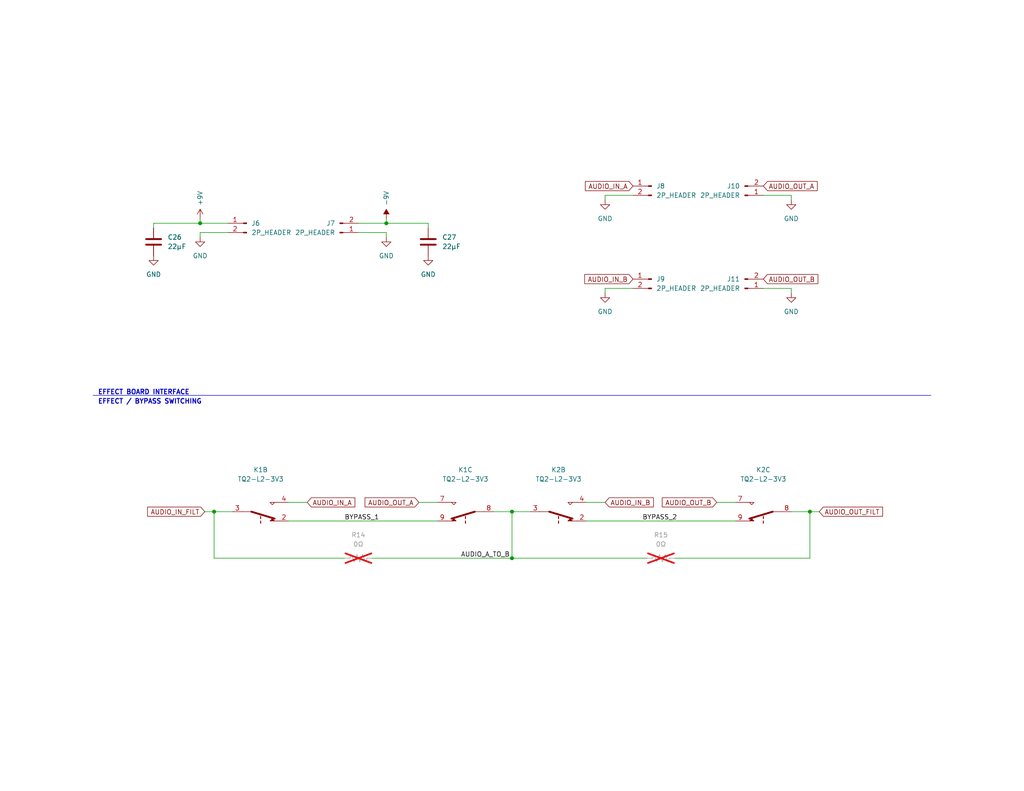
<source format=kicad_sch>
(kicad_sch (version 20230121) (generator eeschema)
  (paper "USLetter")
  (title_block (title "Baseboard") (date "2023-04-28") (rev "A") (company "Alessandro Rizzoni") (comment 1 "SCHEMATIC") (comment 2 "DRAFT") (comment 3 "AIR") (comment 5 "1: ALL COMPONENTS 25V RATING OR GREATER") (comment 6 "2: ALL RESISTORS LOW NOISE THIN FILM, 1% TOLERANCE OR SMALLER, 1/10W RATING OR GREATER") (comment 7 "3: ALL CAPACITORS MLCC, X5R OR X7R DIELECTRIC, 10% TOLERANCE OR SMALLER") (comment 8 "4: DO NOT POPULATE NOTE --TODO--") (comment 9 "5: PCB LAYOUT ACCORDING TO DATASHEET FOR ALL COMPONENTS"))
  (lib_symbols
    (symbol "Connector:Conn_01x02_Male" (pin_names (offset 1.016) hide)
      (property "Reference" "J" (at 0 2.54 0))
      (property "Value" "Conn_01x02_Male" (at 0 -5.08 0))
      (symbol "Conn_01x02_Male_1_1"
        (polyline (pts (xy 1.27 -2.54) (xy 0.8636 -2.54)) (stroke (width 0.1524)))
        (polyline (pts (xy 1.27 0) (xy 0.8636 0)) (stroke (width 0.1524)))
        (rectangle (start 0.8636 -2.413) (end 0 -2.667) (stroke (width 0.1524)) (fill (type outline)))
        (rectangle (start 0.8636 0.127) (end 0 -0.127) (stroke (width 0.1524)) (fill (type outline)))
        (pin passive line (at 5.08 0 180) (length 3.81) (name "Pin_1") (number "1"))
        (pin passive line (at 5.08 -2.54 180) (length 3.81) (name "Pin_2") (number "2"))
      )
    )
    (symbol "Device:C" (pin_numbers hide) (pin_names (offset 0.254))
      (property "Reference" "C" (at 0.635 2.54 0))
      (property "Value" "C" (at 0.635 -2.54 0))
      (symbol "C_0_1"
        (polyline (pts (xy -2.032 -0.762) (xy 2.032 -0.762)) (stroke (width 0.508)))
        (polyline (pts (xy -2.032 0.762) (xy 2.032 0.762)) (stroke (width 0.508)))
      )
      (symbol "C_1_1"
        (pin passive line (at 0 3.81 270) (length 2.794) (name "~") (number "1"))
        (pin passive line (at 0 -3.81 90) (length 2.794) (name "~") (number "2"))
      )
    )
    (symbol "Device:R_US" (pin_numbers hide) (pin_names (offset 0))
      (property "Reference" "R" (at 2.54 0 90))
      (property "Value" "R_US" (at -2.54 0 90))
      (symbol "R_US_0_1"
        (polyline (pts (xy 0 -2.286) (xy 0 -2.54)))
        (polyline (pts (xy 0 2.286) (xy 0 2.54)))
        (polyline (pts (xy 0 -0.762) (xy 1.016 -1.143) (xy 0 -1.524) (xy -1.016 -1.905) (xy 0 -2.286)))
        (polyline (pts (xy 0 0.762) (xy 1.016 0.381) (xy 0 0) (xy -1.016 -0.381) (xy 0 -0.762)))
        (polyline (pts (xy 0 2.286) (xy 1.016 1.905) (xy 0 1.524) (xy -1.016 1.143) (xy 0 0.762)))
      )
      (symbol "R_US_1_1"
        (pin passive line (at 0 3.81 270) (length 1.27) (name "~") (number "1"))
        (pin passive line (at 0 -3.81 90) (length 1.27) (name "~") (number "2"))
      )
    )
    (symbol "Library:Ground" (power) (pin_names (offset 0))
      (property "Value" "Ground" (at 0 -3.81 0))
      (symbol "Ground_0_1"
        (polyline (pts (xy 0 0) (xy 0 -1.27) (xy 1.27 -1.27) (xy 0 -2.54) (xy -1.27 -1.27) (xy 0 -1.27)))
      )
      (symbol "Ground_1_1"
        (pin power_in line (at 0 0 270) (length 0) hide (name "GND") (number "1"))
      )
    )
    (symbol "Library:TQ2-L2-9V"
      (property "Reference" "K" (at 9.271 2.8956 0))
      (property "Value" "TQ2-L2-9V" (at 9.144 0 0))
      (property "Footprint" "Library:TQ2-L2-9V" (at 9.398 -3.048 0))
      (symbol "TQ2-L2-9V_1_0"
        (text "+" (at -4.191 2.921 0) (effects (font (size 1.27 1.27))))
        (text "+" (at 5.969 2.921 0) (effects (font (size 1.27 1.27))))
      )
      (symbol "TQ2-L2-9V_1_1"
        (rectangle (start -8.255 1.905) (end -1.905 -1.905) (stroke (width 0.254)) (fill (type background)))
        (polyline (pts (xy -7.62 -1.905) (xy -2.54 1.905)) (stroke (width 0.254)))
        (polyline (pts (xy -5.08 -5.08) (xy -5.08 -1.905)))
        (polyline (pts (xy -5.08 5.08) (xy -5.08 1.905)))
        (polyline (pts (xy 2.54 -1.905) (xy 7.62 1.905)) (stroke (width 0.254)))
        (polyline (pts (xy 5.08 -5.08) (xy 5.08 -1.905)))
        (polyline (pts (xy 5.08 5.08) (xy 5.08 1.905)))
        (rectangle (start 1.905 1.905) (end 8.255 -1.905) (stroke (width 0.254)) (fill (type background)))
        (pin passive line (at -5.08 7.62 270) (length 2.54) (name "~") (number "1"))
        (pin passive line (at 5.08 -7.62 90) (length 2.54) (name "~") (number "10"))
        (pin passive line (at -5.08 -7.62 90) (length 2.54) (name "~") (number "5"))
        (pin passive line (at 5.08 7.62 270) (length 2.54) (name "~") (number "6"))
      )
      (symbol "TQ2-L2-9V_2_0"
        (pin passive line (at 0 -7.62 90) (length 2.54) (name "~") (number "3"))
      )
      (symbol "TQ2-L2-9V_2_1"
        (polyline (pts (xy -3.175 0) (xy -2.54 0)) (stroke (width 0.254)))
        (polyline (pts (xy -1.905 0) (xy -1.27 0)) (stroke (width 0.254)))
        (polyline (pts (xy 0 -2.54) (xy -1.905 3.81)) (stroke (width 0.508)))
        (polyline (pts (xy 0 -2.54) (xy 0 -5.08)))
        (polyline (pts (xy -2.54 5.08) (xy -2.54 2.54) (xy -1.905 3.175) (xy -2.54 3.81)) (fill (type outline)))
        (polyline (pts (xy 2.54 5.08) (xy 2.54 2.54) (xy 1.905 3.175) (xy 2.54 3.81)))
        (pin passive line (at -2.54 7.62 270) (length 2.54) (name "~") (number "2"))
        (pin passive line (at 2.54 7.62 270) (length 2.54) (name "~") (number "4"))
      )
      (symbol "TQ2-L2-9V_3_0"
        (pin passive line (at 0 -7.62 90) (length 2.54) (name "~") (number "8"))
      )
      (symbol "TQ2-L2-9V_3_1"
        (polyline (pts (xy -3.175 0) (xy -2.54 0)) (stroke (width 0.254)))
        (polyline (pts (xy -1.905 0) (xy -1.27 0)) (stroke (width 0.254)))
        (polyline (pts (xy 0 -2.54) (xy -1.905 3.81)) (stroke (width 0.508)))
        (polyline (pts (xy 0 -2.54) (xy 0 -5.08)))
        (polyline (pts (xy -2.54 5.08) (xy -2.54 2.54) (xy -1.905 3.175) (xy -2.54 3.81)) (fill (type outline)))
        (polyline (pts (xy 2.54 5.08) (xy 2.54 2.54) (xy 1.905 3.175) (xy 2.54 3.81)))
        (pin passive line (at 2.54 7.62 270) (length 2.54) (name "~") (number "7"))
        (pin passive line (at -2.54 7.62 270) (length 2.54) (name "~") (number "9"))
      )
    )
    (symbol "power:+9V" (power) (pin_names (offset 0))
      (property "Value" "+9V" (at 0 3.556 0))
      (symbol "+9V_0_1"
        (polyline (pts (xy -0.762 1.27) (xy 0 2.54)))
        (polyline (pts (xy 0 0) (xy 0 2.54)))
        (polyline (pts (xy 0 2.54) (xy 0.762 1.27)))
      )
      (symbol "+9V_1_1"
        (pin power_in line (at 0 0 90) (length 0) hide (name "+9V") (number "1"))
      )
    )
    (symbol "power:-9V" (power) (pin_names (offset 0))
      (property "Value" "-9V" (at 0 3.81 0))
      (symbol "-9V_0_1"
        (polyline (pts (xy 0 0) (xy 0 2.54)))
        (polyline (pts (xy 0.762 1.27) (xy -0.762 1.27) (xy 0 2.54) (xy 0.762 1.27)) (fill (type outline)))
      )
      (symbol "-9V_1_1"
        (pin power_in line (at 0 0 90) (length 0) hide (name "-9V") (number "1"))
      )
    )
  )
  (junction (at 139.7 139.7))
  (junction (at 139.7 152.4))
  (junction (at 58.42 139.7))
  (junction (at 220.98 139.7))
  (junction (at 105.41 60.96))
  (junction (at 54.61 60.96))
  (polyline (pts (xy 25.4 107.95) (xy 254 107.95)))
  (wire (pts (xy 41.91 60.96) (xy 41.91 62.23)))
  (wire (pts (xy 165.1 78.74) (xy 172.72 78.74)))
  (wire (pts (xy 139.7 139.7) (xy 144.78 139.7)))
  (wire (pts (xy 54.61 60.96) (xy 41.91 60.96)))
  (wire (pts (xy 58.42 152.4) (xy 93.98 152.4)))
  (wire (pts (xy 54.61 60.96) (xy 62.23 60.96)))
  (wire (pts (xy 55.88 139.7) (xy 58.42 139.7)))
  (wire (pts (xy 105.41 63.5) (xy 97.79 63.5)))
  (wire (pts (xy 165.1 53.34) (xy 172.72 53.34)))
  (wire (pts (xy 114.3 137.16) (xy 119.38 137.16)))
  (wire (pts (xy 160.02 142.24) (xy 200.66 142.24)))
  (wire (pts (xy 165.1 54.61) (xy 165.1 53.34)))
  (wire (pts (xy 105.41 64.77) (xy 105.41 63.5)))
  (wire (pts (xy 97.79 60.96) (xy 105.41 60.96)))
  (wire (pts (xy 165.1 80.01) (xy 165.1 78.74)))
  (wire (pts (xy 160.02 137.16) (xy 165.1 137.16)))
  (wire (pts (xy 54.61 64.77) (xy 54.61 63.5)))
  (wire (pts (xy 139.7 139.7) (xy 139.7 152.4)))
  (wire (pts (xy 134.62 139.7) (xy 139.7 139.7)))
  (wire (pts (xy 101.6 152.4) (xy 139.7 152.4)))
  (wire (pts (xy 54.61 63.5) (xy 62.23 63.5)))
  (wire (pts (xy 215.9 54.61) (xy 215.9 53.34)))
  (wire (pts (xy 58.42 139.7) (xy 58.42 152.4)))
  (wire (pts (xy 83.82 137.16) (xy 78.74 137.16)))
  (wire (pts (xy 116.84 60.96) (xy 116.84 62.23)))
  (wire (pts (xy 58.42 139.7) (xy 63.5 139.7)))
  (wire (pts (xy 215.9 139.7) (xy 220.98 139.7)))
  (wire (pts (xy 105.41 60.96) (xy 116.84 60.96)))
  (wire (pts (xy 78.74 142.24) (xy 119.38 142.24)))
  (wire (pts (xy 220.98 152.4) (xy 220.98 139.7)))
  (wire (pts (xy 215.9 80.01) (xy 215.9 78.74)))
  (wire (pts (xy 139.7 152.4) (xy 176.53 152.4)))
  (wire (pts (xy 184.15 152.4) (xy 220.98 152.4)))
  (wire (pts (xy 195.58 137.16) (xy 200.66 137.16)))
  (wire (pts (xy 105.41 59.69) (xy 105.41 60.96)))
  (wire (pts (xy 215.9 53.34) (xy 208.28 53.34)))
  (wire (pts (xy 220.98 139.7) (xy 223.52 139.7)))
  (wire (pts (xy 215.9 78.74) (xy 208.28 78.74)))
  (wire (pts (xy 54.61 59.69) (xy 54.61 60.96)))
  (text "EFFECT / BYPASS SWITCHING" (at 26.67 110.49 0) (effects (font (size 1.27 1.27) (thickness 0.254) bold) (justify left bottom)))
  (text "EFFECT BOARD INTERFACE" (at 26.67 107.95 0) (effects (font (size 1.27 1.27) (thickness 0.254) bold) (justify left bottom)))
  (label "AUDIO_A_TO_B" (at 125.73 152.4 0))
  (label "BYPASS_2" (at 175.26 142.24 0))
  (label "BYPASS_1" (at 93.98 142.24 0))
  (global_label "AUDIO_IN_B" (shape input) (at 165.1 137.16 0) (property "Intersheetrefs" "${INTERSHEET_REFS}" (effects hide)))
  (global_label "AUDIO_IN_FILT" (shape input) (at 55.88 139.7 180) (property "Intersheetrefs" "${INTERSHEET_REFS}" (effects hide)))
  (global_label "AUDIO_OUT_B" (shape input) (at 195.58 137.16 180) (property "Intersheetrefs" "${INTERSHEET_REFS}" (effects hide)))
  (global_label "AUDIO_OUT_FILT" (shape input) (at 223.52 139.7 0) (property "Intersheetrefs" "${INTERSHEET_REFS}" (effects hide)))
  (global_label "AUDIO_IN_B" (shape input) (at 172.72 76.2 180) (property "Intersheetrefs" "${INTERSHEET_REFS}" (effects hide)))
  (global_label "AUDIO_IN_A" (shape input) (at 83.82 137.16 0) (property "Intersheetrefs" "${INTERSHEET_REFS}" (effects hide)))
  (global_label "AUDIO_OUT_A" (shape input) (at 208.28 50.8 0) (property "Intersheetrefs" "${INTERSHEET_REFS}" (effects hide)))
  (global_label "AUDIO_OUT_A" (shape input) (at 114.3 137.16 180) (property "Intersheetrefs" "${INTERSHEET_REFS}" (effects hide)))
  (global_label "AUDIO_OUT_B" (shape input) (at 208.28 76.2 0) (property "Intersheetrefs" "${INTERSHEET_REFS}" (effects hide)))
  (global_label "AUDIO_IN_A" (shape input) (at 172.72 50.8 180) (property "Intersheetrefs" "${INTERSHEET_REFS}" (effects hide)))
  (symbol (lib_id "Library:TQ2-L2-9V") (at 208.28 139.7 90) (unit 3)
    (property "Reference" "K2" (at 208.28 128.27 90))
    (property "Value" "TQ2-L2-3V3" (at 208.28 130.81 90))
    (property "Footprint" "Library:Panasonic_TQ2-L2-5V" (effects hide))
    (property "Datasheet" "https://api.pim.na.industrial.panasonic.com/file_stream/main/fileversion/4514" (effects hide))
    (property "Manufacturer" "Panasonic" (effects hide))
  )
  (symbol (lib_id "Library:Ground") (at 41.91 69.85 0) (unit 1)
    (property "Reference" "#PWR018" (effects hide))
    (property "Value" "Ground" (at 41.91 74.93 0))
  )
  (symbol (lib_id "Library:Ground") (at 54.61 64.77 0) (unit 1)
    (property "Reference" "#PWR020" (effects hide))
    (property "Value" "Ground" (at 54.61 69.85 0))
  )
  (symbol (lib_id "Library:TQ2-L2-9V") (at 152.4 139.7 270) (mirror x) (unit 2)
    (property "Reference" "K2" (at 152.4 128.27 90))
    (property "Value" "TQ2-L2-3V3" (at 152.4 130.81 90))
    (property "Footprint" "Library:Panasonic_TQ2-L2-5V" (effects hide))
    (property "Datasheet" "https://api.pim.na.industrial.panasonic.com/file_stream/main/fileversion/4514" (effects hide))
    (property "Manufacturer" "Panasonic" (effects hide))
  )
  (symbol (lib_id "Library:Ground") (at 105.41 64.77 0) (mirror y) (unit 1)
    (property "Reference" "#PWR022" (effects hide))
    (property "Value" "Ground" (at 105.41 69.85 0))
  )
  (symbol (lib_id "Connector:Conn_01x02_Male") (at 177.8 50.8 0) (mirror y) (unit 1)
    (property "Reference" "J8" (at 179.07 50.7999 0) (effects (justify right)))
    (property "Value" "2P_HEADER" (at 179.07 53.3399 0) (effects (justify right)))
    (property "Footprint" "Connector_PinSocket_2.54mm:PinSocket_1x02_P2.54mm_Vertical" (effects hide))
    (property "Manufacturer" "Samtec" (effects hide))
  )
  (symbol (lib_id "Device:C") (at 41.91 66.04 180) (unit 1)
    (property "Reference" "C26" (at 45.72 64.77 0) (effects (justify right)))
    (property "Value" "22μF" (at 48.26 67.31 0))
    (property "Footprint" "Capacitor_SMD:C_0805_2012Metric" (effects hide))
    (property "Datasheet" "https://www.murata.com/en-us/products/capacitor/ceramiccapacitor/overview/lineup/smd/grm#anchor-2" (effects hide))
    (property "Manufacturer" "Murata" (effects hide))
    (property "Part Number" "GRM21BR61E226ME44L" (effects hide))
  )
  (symbol (lib_id "Connector:Conn_01x02_Male") (at 67.31 60.96 0) (mirror y) (unit 1)
    (property "Reference" "J6" (at 68.58 60.9599 0) (effects (justify right)))
    (property "Value" "2P_HEADER" (at 68.58 63.4999 0) (effects (justify right)))
    (property "Footprint" "Connector_PinSocket_2.54mm:PinSocket_1x02_P2.54mm_Vertical" (effects hide))
    (property "Manufacturer" "Samtec" (effects hide))
  )
  (symbol (lib_id "Library:Ground") (at 215.9 80.01 0) (mirror y) (unit 1)
    (property "Reference" "#PWR027" (effects hide))
    (property "Value" "Ground" (at 215.9 85.09 0))
  )
  (symbol (lib_id "power:-9V") (at 105.41 59.69 0) (unit 1)
    (property "Reference" "#PWR021" (effects hide))
    (property "Value" "-9V" (at 105.41 52.07 90) (effects (justify right)))
  )
  (symbol (lib_id "Library:Ground") (at 165.1 80.01 0) (unit 1)
    (property "Reference" "#PWR025" (effects hide))
    (property "Value" "Ground" (at 165.1 85.09 0))
  )
  (symbol (lib_id "power:+9V") (at 54.61 59.69 0) (unit 1)
    (property "Reference" "#PWR019" (effects hide))
    (property "Value" "+9V" (at 54.61 52.07 90) (effects (justify right)))
  )
  (symbol (lib_id "Library:Ground") (at 215.9 54.61 0) (mirror y) (unit 1)
    (property "Reference" "#PWR026" (effects hide))
    (property "Value" "Ground" (at 215.9 59.69 0))
  )
  (symbol (lib_id "Device:R_US") (at 97.79 152.4 90) (unit 1) (dnp yes)
    (property "Reference" "R14" (at 97.79 146.05 90))
    (property "Value" "0Ω" (at 97.79 148.59 90))
    (property "Footprint" "Resistor_SMD:R_1206_3216Metric" (effects hide))
    (property "Manufacturer" "Bourns" (effects hide))
  )
  (symbol (lib_id "Connector:Conn_01x02_Male") (at 177.8 76.2 0) (mirror y) (unit 1)
    (property "Reference" "J9" (at 179.07 76.1999 0) (effects (justify right)))
    (property "Value" "2P_HEADER" (at 179.07 78.7399 0) (effects (justify right)))
    (property "Footprint" "Connector_PinSocket_2.54mm:PinSocket_1x02_P2.54mm_Vertical" (effects hide))
    (property "Manufacturer" "Samtec" (effects hide))
  )
  (symbol (lib_id "Connector:Conn_01x02_Male") (at 203.2 78.74 0) (mirror x) (unit 1)
    (property "Reference" "J11" (at 201.93 76.1999 0) (effects (justify right)))
    (property "Value" "2P_HEADER" (at 201.93 78.7399 0) (effects (justify right)))
    (property "Footprint" "Connector_PinSocket_2.54mm:PinSocket_1x02_P2.54mm_Vertical" (effects hide))
    (property "Manufacturer" "Samtec" (effects hide))
  )
  (symbol (lib_id "Device:C") (at 116.84 66.04 180) (unit 1)
    (property "Reference" "C27" (at 120.65 64.77 0) (effects (justify right)))
    (property "Value" "22μF" (at 123.19 67.31 0))
    (property "Footprint" "Capacitor_SMD:C_0805_2012Metric" (effects hide))
    (property "Datasheet" "https://www.murata.com/en-us/products/capacitor/ceramiccapacitor/overview/lineup/smd/grm#anchor-2" (effects hide))
    (property "Manufacturer" "Murata" (effects hide))
    (property "Part Number" "GRM21BR61E226ME44L" (effects hide))
  )
  (symbol (lib_id "Connector:Conn_01x02_Male") (at 203.2 53.34 0) (mirror x) (unit 1)
    (property "Reference" "J10" (at 201.93 50.7999 0) (effects (justify right)))
    (property "Value" "2P_HEADER" (at 201.93 53.3399 0) (effects (justify right)))
    (property "Footprint" "Connector_PinSocket_2.54mm:PinSocket_1x02_P2.54mm_Vertical" (effects hide))
    (property "Manufacturer" "Samtec" (effects hide))
  )
  (symbol (lib_id "Library:TQ2-L2-9V") (at 71.12 139.7 270) (mirror x) (unit 2)
    (property "Reference" "K1" (at 71.12 128.27 90))
    (property "Value" "TQ2-L2-3V3" (at 71.12 130.81 90))
    (property "Footprint" "Library:Panasonic_TQ2-L2-5V" (effects hide))
    (property "Datasheet" "https://api.pim.na.industrial.panasonic.com/file_stream/main/fileversion/4514" (effects hide))
    (property "Manufacturer" "Panasonic" (effects hide))
  )
  (symbol (lib_id "Library:Ground") (at 165.1 54.61 0) (unit 1)
    (property "Reference" "#PWR024" (effects hide))
    (property "Value" "Ground" (at 165.1 59.69 0))
  )
  (symbol (lib_id "Library:Ground") (at 116.84 69.85 0) (unit 1)
    (property "Reference" "#PWR023" (effects hide))
    (property "Value" "Ground" (at 116.84 74.93 0))
  )
  (symbol (lib_id "Device:R_US") (at 180.34 152.4 90) (unit 1) (dnp yes)
    (property "Reference" "R15" (at 180.34 146.05 90))
    (property "Value" "0Ω" (at 180.34 148.59 90))
    (property "Footprint" "Resistor_SMD:R_1206_3216Metric" (effects hide))
    (property "Manufacturer" "Bourns" (effects hide))
  )
  (symbol (lib_id "Library:TQ2-L2-9V") (at 127 139.7 90) (unit 3)
    (property "Reference" "K1" (at 127 128.27 90))
    (property "Value" "TQ2-L2-3V3" (at 127 130.81 90))
    (property "Footprint" "Library:Panasonic_TQ2-L2-5V" (effects hide))
    (property "Datasheet" "https://api.pim.na.industrial.panasonic.com/file_stream/main/fileversion/4514" (effects hide))
    (property "Manufacturer" "Panasonic" (effects hide))
  )
  (symbol (lib_id "Connector:Conn_01x02_Male") (at 92.71 63.5 0) (mirror x) (unit 1)
    (property "Reference" "J7" (at 91.44 60.9599 0) (effects (justify right)))
    (property "Value" "2P_HEADER" (at 91.44 63.4999 0) (effects (justify right)))
    (property "Footprint" "Connector_PinSocket_2.54mm:PinSocket_1x02_P2.54mm_Vertical" (effects hide))
    (property "Manufacturer" "Samtec" (effects hide))
  )
)
</source>
